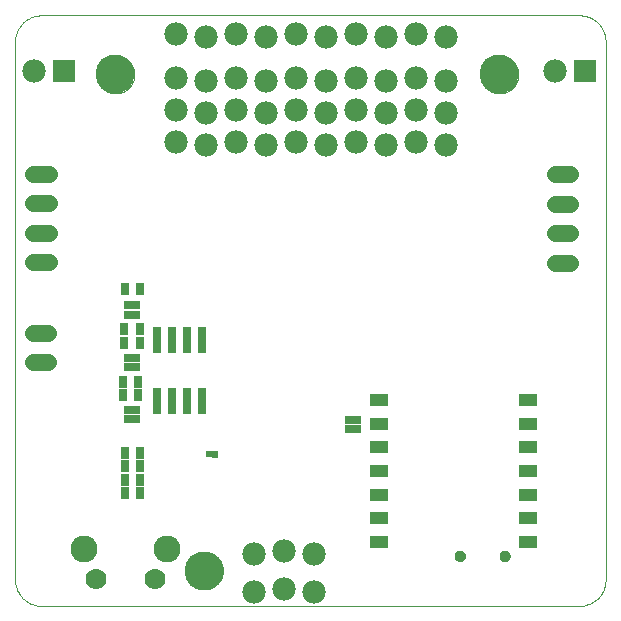
<source format=gbs>
G75*
%MOIN*%
%OFA0B0*%
%FSLAX25Y25*%
%IPPOS*%
%LPD*%
%AMOC8*
5,1,8,0,0,1.08239X$1,22.5*
%
%ADD10C,0.00197*%
%ADD11C,0.00000*%
%ADD12C,0.12998*%
%ADD13R,0.07800X0.07800*%
%ADD14C,0.07800*%
%ADD15R,0.05400X0.02900*%
%ADD16R,0.03156X0.03943*%
%ADD17C,0.05550*%
%ADD18R,0.06306X0.04337*%
%ADD19C,0.09000*%
%ADD20C,0.07000*%
%ADD21C,0.03746*%
%ADD22R,0.02000X0.01200*%
%ADD23R,0.01200X0.02000*%
%ADD24R,0.02762X0.09061*%
D10*
X0036092Y0020644D02*
X0036048Y0020933D01*
X0036018Y0021226D01*
X0035988Y0021520D01*
X0035972Y0021817D01*
X0035972Y0201771D01*
X0035988Y0202068D01*
X0036018Y0202361D01*
X0036048Y0202655D01*
X0036092Y0202944D01*
X0036151Y0203228D01*
X0036209Y0203512D01*
X0036282Y0203791D01*
X0036367Y0204064D01*
X0036453Y0204338D01*
X0036551Y0204606D01*
X0036663Y0204867D01*
X0036774Y0205129D01*
X0036897Y0205384D01*
X0037032Y0205632D01*
X0037167Y0205879D01*
X0037314Y0206120D01*
X0037472Y0206353D01*
X0037629Y0206586D01*
X0037798Y0206811D01*
X0037976Y0207027D01*
X0038155Y0207243D01*
X0038344Y0207451D01*
X0038542Y0207649D01*
X0038740Y0207847D01*
X0038948Y0208036D01*
X0039164Y0208215D01*
X0039381Y0208393D01*
X0039605Y0208562D01*
X0039838Y0208720D01*
X0040071Y0208877D01*
X0040312Y0209024D01*
X0040560Y0209159D01*
X0040808Y0209294D01*
X0041063Y0209418D01*
X0041324Y0209529D01*
X0041585Y0209640D01*
X0041853Y0209738D01*
X0042400Y0209910D01*
X0042680Y0209982D01*
X0042964Y0210041D01*
X0043248Y0210099D01*
X0043537Y0210144D01*
X0044123Y0210204D01*
X0044420Y0210219D01*
X0224374Y0210219D01*
X0224672Y0210204D01*
X0225258Y0210144D01*
X0225547Y0210099D01*
X0225831Y0210041D01*
X0226115Y0209982D01*
X0226394Y0209910D01*
X0226941Y0209738D01*
X0227209Y0209640D01*
X0227471Y0209529D01*
X0227732Y0209418D01*
X0227987Y0209294D01*
X0228483Y0209024D01*
X0228724Y0208877D01*
X0228956Y0208720D01*
X0229189Y0208562D01*
X0229414Y0208393D01*
X0229630Y0208215D01*
X0229847Y0208036D01*
X0230054Y0207847D01*
X0230253Y0207649D01*
X0230451Y0207451D01*
X0230640Y0207243D01*
X0230818Y0207027D01*
X0230997Y0206811D01*
X0231166Y0206586D01*
X0231323Y0206353D01*
X0231481Y0206120D01*
X0231628Y0205879D01*
X0231763Y0205632D01*
X0231898Y0205384D01*
X0232021Y0205129D01*
X0232243Y0204606D01*
X0232342Y0204338D01*
X0232513Y0203791D01*
X0232585Y0203512D01*
X0232644Y0203228D01*
X0232703Y0202944D01*
X0232747Y0202655D01*
X0232777Y0202361D01*
X0232807Y0202068D01*
X0232823Y0201771D01*
X0232823Y0022118D01*
X0232823Y0021817D02*
X0232807Y0021520D01*
X0232777Y0021226D01*
X0232747Y0020933D01*
X0232703Y0020644D01*
X0232644Y0020360D01*
X0232585Y0020076D01*
X0232513Y0019797D01*
X0232428Y0019523D01*
X0232342Y0019250D01*
X0232243Y0018982D01*
X0232132Y0018721D01*
X0232021Y0018459D01*
X0231898Y0018204D01*
X0231628Y0017708D01*
X0231481Y0017468D01*
X0231323Y0017235D01*
X0231166Y0017002D01*
X0230997Y0016777D01*
X0230818Y0016561D01*
X0230640Y0016345D01*
X0230451Y0016137D01*
X0230054Y0015740D01*
X0229847Y0015552D01*
X0229630Y0015373D01*
X0229414Y0015194D01*
X0229189Y0015026D01*
X0228956Y0014868D01*
X0228724Y0014710D01*
X0228483Y0014564D01*
X0227987Y0014294D01*
X0227732Y0014170D01*
X0227471Y0014059D01*
X0227209Y0013948D01*
X0226941Y0013849D01*
X0226394Y0013678D01*
X0226115Y0013606D01*
X0225831Y0013547D01*
X0225547Y0013489D01*
X0225258Y0013444D01*
X0224672Y0013384D01*
X0224374Y0013369D01*
X0044420Y0013369D01*
X0044123Y0013384D01*
X0043537Y0013444D01*
X0043248Y0013489D01*
X0042964Y0013547D01*
X0042680Y0013606D01*
X0042400Y0013678D01*
X0041853Y0013849D01*
X0041585Y0013948D01*
X0041324Y0014059D01*
X0041063Y0014170D01*
X0040808Y0014294D01*
X0040560Y0014429D01*
X0040312Y0014564D01*
X0040071Y0014710D01*
X0039838Y0014868D01*
X0039605Y0015026D01*
X0039381Y0015194D01*
X0039164Y0015373D01*
X0038948Y0015552D01*
X0038740Y0015740D01*
X0038344Y0016137D01*
X0038155Y0016345D01*
X0037976Y0016561D01*
X0037798Y0016777D01*
X0037629Y0017002D01*
X0037472Y0017235D01*
X0037314Y0017468D01*
X0037167Y0017708D01*
X0036897Y0018204D01*
X0036774Y0018459D01*
X0036663Y0018721D01*
X0036551Y0018982D01*
X0036453Y0019250D01*
X0036367Y0019523D01*
X0036282Y0019797D01*
X0036209Y0020076D01*
X0036151Y0020360D01*
X0036092Y0020644D01*
D11*
X0092665Y0025157D02*
X0092667Y0025315D01*
X0092673Y0025473D01*
X0092683Y0025631D01*
X0092697Y0025789D01*
X0092715Y0025946D01*
X0092736Y0026103D01*
X0092762Y0026259D01*
X0092792Y0026415D01*
X0092825Y0026570D01*
X0092863Y0026723D01*
X0092904Y0026876D01*
X0092949Y0027028D01*
X0092998Y0027179D01*
X0093051Y0027328D01*
X0093107Y0027476D01*
X0093167Y0027622D01*
X0093231Y0027767D01*
X0093299Y0027910D01*
X0093370Y0028052D01*
X0093444Y0028192D01*
X0093522Y0028329D01*
X0093604Y0028465D01*
X0093688Y0028599D01*
X0093777Y0028730D01*
X0093868Y0028859D01*
X0093963Y0028986D01*
X0094060Y0029111D01*
X0094161Y0029233D01*
X0094265Y0029352D01*
X0094372Y0029469D01*
X0094482Y0029583D01*
X0094595Y0029694D01*
X0094710Y0029803D01*
X0094828Y0029908D01*
X0094949Y0030010D01*
X0095072Y0030110D01*
X0095198Y0030206D01*
X0095326Y0030299D01*
X0095456Y0030389D01*
X0095589Y0030475D01*
X0095724Y0030559D01*
X0095860Y0030638D01*
X0095999Y0030715D01*
X0096140Y0030787D01*
X0096282Y0030857D01*
X0096426Y0030922D01*
X0096572Y0030984D01*
X0096719Y0031042D01*
X0096868Y0031097D01*
X0097018Y0031148D01*
X0097169Y0031195D01*
X0097321Y0031238D01*
X0097474Y0031277D01*
X0097629Y0031313D01*
X0097784Y0031344D01*
X0097940Y0031372D01*
X0098096Y0031396D01*
X0098253Y0031416D01*
X0098411Y0031432D01*
X0098568Y0031444D01*
X0098727Y0031452D01*
X0098885Y0031456D01*
X0099043Y0031456D01*
X0099201Y0031452D01*
X0099360Y0031444D01*
X0099517Y0031432D01*
X0099675Y0031416D01*
X0099832Y0031396D01*
X0099988Y0031372D01*
X0100144Y0031344D01*
X0100299Y0031313D01*
X0100454Y0031277D01*
X0100607Y0031238D01*
X0100759Y0031195D01*
X0100910Y0031148D01*
X0101060Y0031097D01*
X0101209Y0031042D01*
X0101356Y0030984D01*
X0101502Y0030922D01*
X0101646Y0030857D01*
X0101788Y0030787D01*
X0101929Y0030715D01*
X0102068Y0030638D01*
X0102204Y0030559D01*
X0102339Y0030475D01*
X0102472Y0030389D01*
X0102602Y0030299D01*
X0102730Y0030206D01*
X0102856Y0030110D01*
X0102979Y0030010D01*
X0103100Y0029908D01*
X0103218Y0029803D01*
X0103333Y0029694D01*
X0103446Y0029583D01*
X0103556Y0029469D01*
X0103663Y0029352D01*
X0103767Y0029233D01*
X0103868Y0029111D01*
X0103965Y0028986D01*
X0104060Y0028859D01*
X0104151Y0028730D01*
X0104240Y0028599D01*
X0104324Y0028465D01*
X0104406Y0028329D01*
X0104484Y0028192D01*
X0104558Y0028052D01*
X0104629Y0027910D01*
X0104697Y0027767D01*
X0104761Y0027622D01*
X0104821Y0027476D01*
X0104877Y0027328D01*
X0104930Y0027179D01*
X0104979Y0027028D01*
X0105024Y0026876D01*
X0105065Y0026723D01*
X0105103Y0026570D01*
X0105136Y0026415D01*
X0105166Y0026259D01*
X0105192Y0026103D01*
X0105213Y0025946D01*
X0105231Y0025789D01*
X0105245Y0025631D01*
X0105255Y0025473D01*
X0105261Y0025315D01*
X0105263Y0025157D01*
X0105261Y0024999D01*
X0105255Y0024841D01*
X0105245Y0024683D01*
X0105231Y0024525D01*
X0105213Y0024368D01*
X0105192Y0024211D01*
X0105166Y0024055D01*
X0105136Y0023899D01*
X0105103Y0023744D01*
X0105065Y0023591D01*
X0105024Y0023438D01*
X0104979Y0023286D01*
X0104930Y0023135D01*
X0104877Y0022986D01*
X0104821Y0022838D01*
X0104761Y0022692D01*
X0104697Y0022547D01*
X0104629Y0022404D01*
X0104558Y0022262D01*
X0104484Y0022122D01*
X0104406Y0021985D01*
X0104324Y0021849D01*
X0104240Y0021715D01*
X0104151Y0021584D01*
X0104060Y0021455D01*
X0103965Y0021328D01*
X0103868Y0021203D01*
X0103767Y0021081D01*
X0103663Y0020962D01*
X0103556Y0020845D01*
X0103446Y0020731D01*
X0103333Y0020620D01*
X0103218Y0020511D01*
X0103100Y0020406D01*
X0102979Y0020304D01*
X0102856Y0020204D01*
X0102730Y0020108D01*
X0102602Y0020015D01*
X0102472Y0019925D01*
X0102339Y0019839D01*
X0102204Y0019755D01*
X0102068Y0019676D01*
X0101929Y0019599D01*
X0101788Y0019527D01*
X0101646Y0019457D01*
X0101502Y0019392D01*
X0101356Y0019330D01*
X0101209Y0019272D01*
X0101060Y0019217D01*
X0100910Y0019166D01*
X0100759Y0019119D01*
X0100607Y0019076D01*
X0100454Y0019037D01*
X0100299Y0019001D01*
X0100144Y0018970D01*
X0099988Y0018942D01*
X0099832Y0018918D01*
X0099675Y0018898D01*
X0099517Y0018882D01*
X0099360Y0018870D01*
X0099201Y0018862D01*
X0099043Y0018858D01*
X0098885Y0018858D01*
X0098727Y0018862D01*
X0098568Y0018870D01*
X0098411Y0018882D01*
X0098253Y0018898D01*
X0098096Y0018918D01*
X0097940Y0018942D01*
X0097784Y0018970D01*
X0097629Y0019001D01*
X0097474Y0019037D01*
X0097321Y0019076D01*
X0097169Y0019119D01*
X0097018Y0019166D01*
X0096868Y0019217D01*
X0096719Y0019272D01*
X0096572Y0019330D01*
X0096426Y0019392D01*
X0096282Y0019457D01*
X0096140Y0019527D01*
X0095999Y0019599D01*
X0095860Y0019676D01*
X0095724Y0019755D01*
X0095589Y0019839D01*
X0095456Y0019925D01*
X0095326Y0020015D01*
X0095198Y0020108D01*
X0095072Y0020204D01*
X0094949Y0020304D01*
X0094828Y0020406D01*
X0094710Y0020511D01*
X0094595Y0020620D01*
X0094482Y0020731D01*
X0094372Y0020845D01*
X0094265Y0020962D01*
X0094161Y0021081D01*
X0094060Y0021203D01*
X0093963Y0021328D01*
X0093868Y0021455D01*
X0093777Y0021584D01*
X0093688Y0021715D01*
X0093604Y0021849D01*
X0093522Y0021985D01*
X0093444Y0022122D01*
X0093370Y0022262D01*
X0093299Y0022404D01*
X0093231Y0022547D01*
X0093167Y0022692D01*
X0093107Y0022838D01*
X0093051Y0022986D01*
X0092998Y0023135D01*
X0092949Y0023286D01*
X0092904Y0023438D01*
X0092863Y0023591D01*
X0092825Y0023744D01*
X0092792Y0023899D01*
X0092762Y0024055D01*
X0092736Y0024211D01*
X0092715Y0024368D01*
X0092697Y0024525D01*
X0092683Y0024683D01*
X0092673Y0024841D01*
X0092667Y0024999D01*
X0092665Y0025157D01*
X0182519Y0030008D02*
X0182521Y0030089D01*
X0182527Y0030171D01*
X0182537Y0030252D01*
X0182551Y0030332D01*
X0182568Y0030411D01*
X0182590Y0030490D01*
X0182615Y0030567D01*
X0182644Y0030644D01*
X0182677Y0030718D01*
X0182714Y0030791D01*
X0182753Y0030862D01*
X0182797Y0030931D01*
X0182843Y0030998D01*
X0182893Y0031062D01*
X0182946Y0031124D01*
X0183002Y0031184D01*
X0183060Y0031240D01*
X0183122Y0031294D01*
X0183186Y0031345D01*
X0183252Y0031392D01*
X0183320Y0031436D01*
X0183391Y0031477D01*
X0183463Y0031514D01*
X0183538Y0031548D01*
X0183613Y0031578D01*
X0183691Y0031604D01*
X0183769Y0031627D01*
X0183848Y0031645D01*
X0183928Y0031660D01*
X0184009Y0031671D01*
X0184090Y0031678D01*
X0184172Y0031681D01*
X0184253Y0031680D01*
X0184334Y0031675D01*
X0184415Y0031666D01*
X0184496Y0031653D01*
X0184576Y0031636D01*
X0184654Y0031616D01*
X0184732Y0031591D01*
X0184809Y0031563D01*
X0184884Y0031531D01*
X0184957Y0031496D01*
X0185028Y0031457D01*
X0185098Y0031414D01*
X0185165Y0031369D01*
X0185231Y0031320D01*
X0185293Y0031268D01*
X0185353Y0031212D01*
X0185410Y0031154D01*
X0185465Y0031094D01*
X0185516Y0031030D01*
X0185564Y0030965D01*
X0185609Y0030897D01*
X0185651Y0030827D01*
X0185689Y0030755D01*
X0185724Y0030681D01*
X0185755Y0030606D01*
X0185782Y0030529D01*
X0185805Y0030451D01*
X0185825Y0030372D01*
X0185841Y0030292D01*
X0185853Y0030211D01*
X0185861Y0030130D01*
X0185865Y0030049D01*
X0185865Y0029967D01*
X0185861Y0029886D01*
X0185853Y0029805D01*
X0185841Y0029724D01*
X0185825Y0029644D01*
X0185805Y0029565D01*
X0185782Y0029487D01*
X0185755Y0029410D01*
X0185724Y0029335D01*
X0185689Y0029261D01*
X0185651Y0029189D01*
X0185609Y0029119D01*
X0185564Y0029051D01*
X0185516Y0028986D01*
X0185465Y0028922D01*
X0185410Y0028862D01*
X0185353Y0028804D01*
X0185293Y0028748D01*
X0185231Y0028696D01*
X0185165Y0028647D01*
X0185098Y0028602D01*
X0185029Y0028559D01*
X0184957Y0028520D01*
X0184884Y0028485D01*
X0184809Y0028453D01*
X0184732Y0028425D01*
X0184654Y0028400D01*
X0184576Y0028380D01*
X0184496Y0028363D01*
X0184415Y0028350D01*
X0184334Y0028341D01*
X0184253Y0028336D01*
X0184172Y0028335D01*
X0184090Y0028338D01*
X0184009Y0028345D01*
X0183928Y0028356D01*
X0183848Y0028371D01*
X0183769Y0028389D01*
X0183691Y0028412D01*
X0183613Y0028438D01*
X0183538Y0028468D01*
X0183463Y0028502D01*
X0183391Y0028539D01*
X0183320Y0028580D01*
X0183252Y0028624D01*
X0183186Y0028671D01*
X0183122Y0028722D01*
X0183060Y0028776D01*
X0183002Y0028832D01*
X0182946Y0028892D01*
X0182893Y0028954D01*
X0182843Y0029018D01*
X0182797Y0029085D01*
X0182753Y0029154D01*
X0182714Y0029225D01*
X0182677Y0029298D01*
X0182644Y0029372D01*
X0182615Y0029449D01*
X0182590Y0029526D01*
X0182568Y0029605D01*
X0182551Y0029684D01*
X0182537Y0029764D01*
X0182527Y0029845D01*
X0182521Y0029927D01*
X0182519Y0030008D01*
X0197479Y0030008D02*
X0197481Y0030089D01*
X0197487Y0030171D01*
X0197497Y0030252D01*
X0197511Y0030332D01*
X0197528Y0030411D01*
X0197550Y0030490D01*
X0197575Y0030567D01*
X0197604Y0030644D01*
X0197637Y0030718D01*
X0197674Y0030791D01*
X0197713Y0030862D01*
X0197757Y0030931D01*
X0197803Y0030998D01*
X0197853Y0031062D01*
X0197906Y0031124D01*
X0197962Y0031184D01*
X0198020Y0031240D01*
X0198082Y0031294D01*
X0198146Y0031345D01*
X0198212Y0031392D01*
X0198280Y0031436D01*
X0198351Y0031477D01*
X0198423Y0031514D01*
X0198498Y0031548D01*
X0198573Y0031578D01*
X0198651Y0031604D01*
X0198729Y0031627D01*
X0198808Y0031645D01*
X0198888Y0031660D01*
X0198969Y0031671D01*
X0199050Y0031678D01*
X0199132Y0031681D01*
X0199213Y0031680D01*
X0199294Y0031675D01*
X0199375Y0031666D01*
X0199456Y0031653D01*
X0199536Y0031636D01*
X0199614Y0031616D01*
X0199692Y0031591D01*
X0199769Y0031563D01*
X0199844Y0031531D01*
X0199917Y0031496D01*
X0199988Y0031457D01*
X0200058Y0031414D01*
X0200125Y0031369D01*
X0200191Y0031320D01*
X0200253Y0031268D01*
X0200313Y0031212D01*
X0200370Y0031154D01*
X0200425Y0031094D01*
X0200476Y0031030D01*
X0200524Y0030965D01*
X0200569Y0030897D01*
X0200611Y0030827D01*
X0200649Y0030755D01*
X0200684Y0030681D01*
X0200715Y0030606D01*
X0200742Y0030529D01*
X0200765Y0030451D01*
X0200785Y0030372D01*
X0200801Y0030292D01*
X0200813Y0030211D01*
X0200821Y0030130D01*
X0200825Y0030049D01*
X0200825Y0029967D01*
X0200821Y0029886D01*
X0200813Y0029805D01*
X0200801Y0029724D01*
X0200785Y0029644D01*
X0200765Y0029565D01*
X0200742Y0029487D01*
X0200715Y0029410D01*
X0200684Y0029335D01*
X0200649Y0029261D01*
X0200611Y0029189D01*
X0200569Y0029119D01*
X0200524Y0029051D01*
X0200476Y0028986D01*
X0200425Y0028922D01*
X0200370Y0028862D01*
X0200313Y0028804D01*
X0200253Y0028748D01*
X0200191Y0028696D01*
X0200125Y0028647D01*
X0200058Y0028602D01*
X0199989Y0028559D01*
X0199917Y0028520D01*
X0199844Y0028485D01*
X0199769Y0028453D01*
X0199692Y0028425D01*
X0199614Y0028400D01*
X0199536Y0028380D01*
X0199456Y0028363D01*
X0199375Y0028350D01*
X0199294Y0028341D01*
X0199213Y0028336D01*
X0199132Y0028335D01*
X0199050Y0028338D01*
X0198969Y0028345D01*
X0198888Y0028356D01*
X0198808Y0028371D01*
X0198729Y0028389D01*
X0198651Y0028412D01*
X0198573Y0028438D01*
X0198498Y0028468D01*
X0198423Y0028502D01*
X0198351Y0028539D01*
X0198280Y0028580D01*
X0198212Y0028624D01*
X0198146Y0028671D01*
X0198082Y0028722D01*
X0198020Y0028776D01*
X0197962Y0028832D01*
X0197906Y0028892D01*
X0197853Y0028954D01*
X0197803Y0029018D01*
X0197757Y0029085D01*
X0197713Y0029154D01*
X0197674Y0029225D01*
X0197637Y0029298D01*
X0197604Y0029372D01*
X0197575Y0029449D01*
X0197550Y0029526D01*
X0197528Y0029605D01*
X0197511Y0029684D01*
X0197497Y0029764D01*
X0197487Y0029845D01*
X0197481Y0029927D01*
X0197479Y0030008D01*
X0191091Y0190512D02*
X0191093Y0190670D01*
X0191099Y0190828D01*
X0191109Y0190986D01*
X0191123Y0191144D01*
X0191141Y0191301D01*
X0191162Y0191458D01*
X0191188Y0191614D01*
X0191218Y0191770D01*
X0191251Y0191925D01*
X0191289Y0192078D01*
X0191330Y0192231D01*
X0191375Y0192383D01*
X0191424Y0192534D01*
X0191477Y0192683D01*
X0191533Y0192831D01*
X0191593Y0192977D01*
X0191657Y0193122D01*
X0191725Y0193265D01*
X0191796Y0193407D01*
X0191870Y0193547D01*
X0191948Y0193684D01*
X0192030Y0193820D01*
X0192114Y0193954D01*
X0192203Y0194085D01*
X0192294Y0194214D01*
X0192389Y0194341D01*
X0192486Y0194466D01*
X0192587Y0194588D01*
X0192691Y0194707D01*
X0192798Y0194824D01*
X0192908Y0194938D01*
X0193021Y0195049D01*
X0193136Y0195158D01*
X0193254Y0195263D01*
X0193375Y0195365D01*
X0193498Y0195465D01*
X0193624Y0195561D01*
X0193752Y0195654D01*
X0193882Y0195744D01*
X0194015Y0195830D01*
X0194150Y0195914D01*
X0194286Y0195993D01*
X0194425Y0196070D01*
X0194566Y0196142D01*
X0194708Y0196212D01*
X0194852Y0196277D01*
X0194998Y0196339D01*
X0195145Y0196397D01*
X0195294Y0196452D01*
X0195444Y0196503D01*
X0195595Y0196550D01*
X0195747Y0196593D01*
X0195900Y0196632D01*
X0196055Y0196668D01*
X0196210Y0196699D01*
X0196366Y0196727D01*
X0196522Y0196751D01*
X0196679Y0196771D01*
X0196837Y0196787D01*
X0196994Y0196799D01*
X0197153Y0196807D01*
X0197311Y0196811D01*
X0197469Y0196811D01*
X0197627Y0196807D01*
X0197786Y0196799D01*
X0197943Y0196787D01*
X0198101Y0196771D01*
X0198258Y0196751D01*
X0198414Y0196727D01*
X0198570Y0196699D01*
X0198725Y0196668D01*
X0198880Y0196632D01*
X0199033Y0196593D01*
X0199185Y0196550D01*
X0199336Y0196503D01*
X0199486Y0196452D01*
X0199635Y0196397D01*
X0199782Y0196339D01*
X0199928Y0196277D01*
X0200072Y0196212D01*
X0200214Y0196142D01*
X0200355Y0196070D01*
X0200494Y0195993D01*
X0200630Y0195914D01*
X0200765Y0195830D01*
X0200898Y0195744D01*
X0201028Y0195654D01*
X0201156Y0195561D01*
X0201282Y0195465D01*
X0201405Y0195365D01*
X0201526Y0195263D01*
X0201644Y0195158D01*
X0201759Y0195049D01*
X0201872Y0194938D01*
X0201982Y0194824D01*
X0202089Y0194707D01*
X0202193Y0194588D01*
X0202294Y0194466D01*
X0202391Y0194341D01*
X0202486Y0194214D01*
X0202577Y0194085D01*
X0202666Y0193954D01*
X0202750Y0193820D01*
X0202832Y0193684D01*
X0202910Y0193547D01*
X0202984Y0193407D01*
X0203055Y0193265D01*
X0203123Y0193122D01*
X0203187Y0192977D01*
X0203247Y0192831D01*
X0203303Y0192683D01*
X0203356Y0192534D01*
X0203405Y0192383D01*
X0203450Y0192231D01*
X0203491Y0192078D01*
X0203529Y0191925D01*
X0203562Y0191770D01*
X0203592Y0191614D01*
X0203618Y0191458D01*
X0203639Y0191301D01*
X0203657Y0191144D01*
X0203671Y0190986D01*
X0203681Y0190828D01*
X0203687Y0190670D01*
X0203689Y0190512D01*
X0203687Y0190354D01*
X0203681Y0190196D01*
X0203671Y0190038D01*
X0203657Y0189880D01*
X0203639Y0189723D01*
X0203618Y0189566D01*
X0203592Y0189410D01*
X0203562Y0189254D01*
X0203529Y0189099D01*
X0203491Y0188946D01*
X0203450Y0188793D01*
X0203405Y0188641D01*
X0203356Y0188490D01*
X0203303Y0188341D01*
X0203247Y0188193D01*
X0203187Y0188047D01*
X0203123Y0187902D01*
X0203055Y0187759D01*
X0202984Y0187617D01*
X0202910Y0187477D01*
X0202832Y0187340D01*
X0202750Y0187204D01*
X0202666Y0187070D01*
X0202577Y0186939D01*
X0202486Y0186810D01*
X0202391Y0186683D01*
X0202294Y0186558D01*
X0202193Y0186436D01*
X0202089Y0186317D01*
X0201982Y0186200D01*
X0201872Y0186086D01*
X0201759Y0185975D01*
X0201644Y0185866D01*
X0201526Y0185761D01*
X0201405Y0185659D01*
X0201282Y0185559D01*
X0201156Y0185463D01*
X0201028Y0185370D01*
X0200898Y0185280D01*
X0200765Y0185194D01*
X0200630Y0185110D01*
X0200494Y0185031D01*
X0200355Y0184954D01*
X0200214Y0184882D01*
X0200072Y0184812D01*
X0199928Y0184747D01*
X0199782Y0184685D01*
X0199635Y0184627D01*
X0199486Y0184572D01*
X0199336Y0184521D01*
X0199185Y0184474D01*
X0199033Y0184431D01*
X0198880Y0184392D01*
X0198725Y0184356D01*
X0198570Y0184325D01*
X0198414Y0184297D01*
X0198258Y0184273D01*
X0198101Y0184253D01*
X0197943Y0184237D01*
X0197786Y0184225D01*
X0197627Y0184217D01*
X0197469Y0184213D01*
X0197311Y0184213D01*
X0197153Y0184217D01*
X0196994Y0184225D01*
X0196837Y0184237D01*
X0196679Y0184253D01*
X0196522Y0184273D01*
X0196366Y0184297D01*
X0196210Y0184325D01*
X0196055Y0184356D01*
X0195900Y0184392D01*
X0195747Y0184431D01*
X0195595Y0184474D01*
X0195444Y0184521D01*
X0195294Y0184572D01*
X0195145Y0184627D01*
X0194998Y0184685D01*
X0194852Y0184747D01*
X0194708Y0184812D01*
X0194566Y0184882D01*
X0194425Y0184954D01*
X0194286Y0185031D01*
X0194150Y0185110D01*
X0194015Y0185194D01*
X0193882Y0185280D01*
X0193752Y0185370D01*
X0193624Y0185463D01*
X0193498Y0185559D01*
X0193375Y0185659D01*
X0193254Y0185761D01*
X0193136Y0185866D01*
X0193021Y0185975D01*
X0192908Y0186086D01*
X0192798Y0186200D01*
X0192691Y0186317D01*
X0192587Y0186436D01*
X0192486Y0186558D01*
X0192389Y0186683D01*
X0192294Y0186810D01*
X0192203Y0186939D01*
X0192114Y0187070D01*
X0192030Y0187204D01*
X0191948Y0187340D01*
X0191870Y0187477D01*
X0191796Y0187617D01*
X0191725Y0187759D01*
X0191657Y0187902D01*
X0191593Y0188047D01*
X0191533Y0188193D01*
X0191477Y0188341D01*
X0191424Y0188490D01*
X0191375Y0188641D01*
X0191330Y0188793D01*
X0191289Y0188946D01*
X0191251Y0189099D01*
X0191218Y0189254D01*
X0191188Y0189410D01*
X0191162Y0189566D01*
X0191141Y0189723D01*
X0191123Y0189880D01*
X0191109Y0190038D01*
X0191099Y0190196D01*
X0191093Y0190354D01*
X0191091Y0190512D01*
X0063138Y0190512D02*
X0063140Y0190670D01*
X0063146Y0190828D01*
X0063156Y0190986D01*
X0063170Y0191144D01*
X0063188Y0191301D01*
X0063209Y0191458D01*
X0063235Y0191614D01*
X0063265Y0191770D01*
X0063298Y0191925D01*
X0063336Y0192078D01*
X0063377Y0192231D01*
X0063422Y0192383D01*
X0063471Y0192534D01*
X0063524Y0192683D01*
X0063580Y0192831D01*
X0063640Y0192977D01*
X0063704Y0193122D01*
X0063772Y0193265D01*
X0063843Y0193407D01*
X0063917Y0193547D01*
X0063995Y0193684D01*
X0064077Y0193820D01*
X0064161Y0193954D01*
X0064250Y0194085D01*
X0064341Y0194214D01*
X0064436Y0194341D01*
X0064533Y0194466D01*
X0064634Y0194588D01*
X0064738Y0194707D01*
X0064845Y0194824D01*
X0064955Y0194938D01*
X0065068Y0195049D01*
X0065183Y0195158D01*
X0065301Y0195263D01*
X0065422Y0195365D01*
X0065545Y0195465D01*
X0065671Y0195561D01*
X0065799Y0195654D01*
X0065929Y0195744D01*
X0066062Y0195830D01*
X0066197Y0195914D01*
X0066333Y0195993D01*
X0066472Y0196070D01*
X0066613Y0196142D01*
X0066755Y0196212D01*
X0066899Y0196277D01*
X0067045Y0196339D01*
X0067192Y0196397D01*
X0067341Y0196452D01*
X0067491Y0196503D01*
X0067642Y0196550D01*
X0067794Y0196593D01*
X0067947Y0196632D01*
X0068102Y0196668D01*
X0068257Y0196699D01*
X0068413Y0196727D01*
X0068569Y0196751D01*
X0068726Y0196771D01*
X0068884Y0196787D01*
X0069041Y0196799D01*
X0069200Y0196807D01*
X0069358Y0196811D01*
X0069516Y0196811D01*
X0069674Y0196807D01*
X0069833Y0196799D01*
X0069990Y0196787D01*
X0070148Y0196771D01*
X0070305Y0196751D01*
X0070461Y0196727D01*
X0070617Y0196699D01*
X0070772Y0196668D01*
X0070927Y0196632D01*
X0071080Y0196593D01*
X0071232Y0196550D01*
X0071383Y0196503D01*
X0071533Y0196452D01*
X0071682Y0196397D01*
X0071829Y0196339D01*
X0071975Y0196277D01*
X0072119Y0196212D01*
X0072261Y0196142D01*
X0072402Y0196070D01*
X0072541Y0195993D01*
X0072677Y0195914D01*
X0072812Y0195830D01*
X0072945Y0195744D01*
X0073075Y0195654D01*
X0073203Y0195561D01*
X0073329Y0195465D01*
X0073452Y0195365D01*
X0073573Y0195263D01*
X0073691Y0195158D01*
X0073806Y0195049D01*
X0073919Y0194938D01*
X0074029Y0194824D01*
X0074136Y0194707D01*
X0074240Y0194588D01*
X0074341Y0194466D01*
X0074438Y0194341D01*
X0074533Y0194214D01*
X0074624Y0194085D01*
X0074713Y0193954D01*
X0074797Y0193820D01*
X0074879Y0193684D01*
X0074957Y0193547D01*
X0075031Y0193407D01*
X0075102Y0193265D01*
X0075170Y0193122D01*
X0075234Y0192977D01*
X0075294Y0192831D01*
X0075350Y0192683D01*
X0075403Y0192534D01*
X0075452Y0192383D01*
X0075497Y0192231D01*
X0075538Y0192078D01*
X0075576Y0191925D01*
X0075609Y0191770D01*
X0075639Y0191614D01*
X0075665Y0191458D01*
X0075686Y0191301D01*
X0075704Y0191144D01*
X0075718Y0190986D01*
X0075728Y0190828D01*
X0075734Y0190670D01*
X0075736Y0190512D01*
X0075734Y0190354D01*
X0075728Y0190196D01*
X0075718Y0190038D01*
X0075704Y0189880D01*
X0075686Y0189723D01*
X0075665Y0189566D01*
X0075639Y0189410D01*
X0075609Y0189254D01*
X0075576Y0189099D01*
X0075538Y0188946D01*
X0075497Y0188793D01*
X0075452Y0188641D01*
X0075403Y0188490D01*
X0075350Y0188341D01*
X0075294Y0188193D01*
X0075234Y0188047D01*
X0075170Y0187902D01*
X0075102Y0187759D01*
X0075031Y0187617D01*
X0074957Y0187477D01*
X0074879Y0187340D01*
X0074797Y0187204D01*
X0074713Y0187070D01*
X0074624Y0186939D01*
X0074533Y0186810D01*
X0074438Y0186683D01*
X0074341Y0186558D01*
X0074240Y0186436D01*
X0074136Y0186317D01*
X0074029Y0186200D01*
X0073919Y0186086D01*
X0073806Y0185975D01*
X0073691Y0185866D01*
X0073573Y0185761D01*
X0073452Y0185659D01*
X0073329Y0185559D01*
X0073203Y0185463D01*
X0073075Y0185370D01*
X0072945Y0185280D01*
X0072812Y0185194D01*
X0072677Y0185110D01*
X0072541Y0185031D01*
X0072402Y0184954D01*
X0072261Y0184882D01*
X0072119Y0184812D01*
X0071975Y0184747D01*
X0071829Y0184685D01*
X0071682Y0184627D01*
X0071533Y0184572D01*
X0071383Y0184521D01*
X0071232Y0184474D01*
X0071080Y0184431D01*
X0070927Y0184392D01*
X0070772Y0184356D01*
X0070617Y0184325D01*
X0070461Y0184297D01*
X0070305Y0184273D01*
X0070148Y0184253D01*
X0069990Y0184237D01*
X0069833Y0184225D01*
X0069674Y0184217D01*
X0069516Y0184213D01*
X0069358Y0184213D01*
X0069200Y0184217D01*
X0069041Y0184225D01*
X0068884Y0184237D01*
X0068726Y0184253D01*
X0068569Y0184273D01*
X0068413Y0184297D01*
X0068257Y0184325D01*
X0068102Y0184356D01*
X0067947Y0184392D01*
X0067794Y0184431D01*
X0067642Y0184474D01*
X0067491Y0184521D01*
X0067341Y0184572D01*
X0067192Y0184627D01*
X0067045Y0184685D01*
X0066899Y0184747D01*
X0066755Y0184812D01*
X0066613Y0184882D01*
X0066472Y0184954D01*
X0066333Y0185031D01*
X0066197Y0185110D01*
X0066062Y0185194D01*
X0065929Y0185280D01*
X0065799Y0185370D01*
X0065671Y0185463D01*
X0065545Y0185559D01*
X0065422Y0185659D01*
X0065301Y0185761D01*
X0065183Y0185866D01*
X0065068Y0185975D01*
X0064955Y0186086D01*
X0064845Y0186200D01*
X0064738Y0186317D01*
X0064634Y0186436D01*
X0064533Y0186558D01*
X0064436Y0186683D01*
X0064341Y0186810D01*
X0064250Y0186939D01*
X0064161Y0187070D01*
X0064077Y0187204D01*
X0063995Y0187340D01*
X0063917Y0187477D01*
X0063843Y0187617D01*
X0063772Y0187759D01*
X0063704Y0187902D01*
X0063640Y0188047D01*
X0063580Y0188193D01*
X0063524Y0188341D01*
X0063471Y0188490D01*
X0063422Y0188641D01*
X0063377Y0188793D01*
X0063336Y0188946D01*
X0063298Y0189099D01*
X0063265Y0189254D01*
X0063235Y0189410D01*
X0063209Y0189566D01*
X0063188Y0189723D01*
X0063170Y0189880D01*
X0063156Y0190038D01*
X0063146Y0190196D01*
X0063140Y0190354D01*
X0063138Y0190512D01*
D12*
X0069437Y0190512D03*
X0197390Y0190512D03*
X0098964Y0025157D03*
D13*
X0052266Y0191509D03*
X0225978Y0191546D03*
D14*
X0215978Y0191546D03*
X0179592Y0188383D03*
X0169592Y0189383D03*
X0159592Y0188383D03*
X0149592Y0189383D03*
X0139592Y0188383D03*
X0129592Y0189383D03*
X0119592Y0188383D03*
X0109592Y0189383D03*
X0099592Y0188383D03*
X0089592Y0189383D03*
X0089592Y0178583D03*
X0099592Y0177583D03*
X0109592Y0178583D03*
X0119592Y0177583D03*
X0129592Y0178583D03*
X0129592Y0167883D03*
X0119592Y0166883D03*
X0109592Y0167883D03*
X0099592Y0166883D03*
X0089592Y0167883D03*
X0099572Y0202920D03*
X0089572Y0203920D03*
X0109572Y0203920D03*
X0119572Y0202920D03*
X0129572Y0203920D03*
X0139572Y0202920D03*
X0149572Y0203920D03*
X0159572Y0202920D03*
X0169572Y0203920D03*
X0179572Y0202920D03*
X0179592Y0177583D03*
X0169592Y0178583D03*
X0159592Y0177583D03*
X0149592Y0178583D03*
X0139592Y0177583D03*
X0149592Y0167883D03*
X0139592Y0166883D03*
X0159592Y0166883D03*
X0169592Y0167883D03*
X0179592Y0166883D03*
X0042266Y0191509D03*
X0125452Y0031686D03*
X0115452Y0030686D03*
X0115452Y0018088D03*
X0125452Y0019088D03*
X0135452Y0018088D03*
X0135452Y0030686D03*
D15*
X0148672Y0072268D03*
X0148672Y0075471D03*
X0074972Y0075522D03*
X0074972Y0078725D03*
X0074972Y0092922D03*
X0074972Y0096125D03*
X0074972Y0110422D03*
X0074972Y0113625D03*
D16*
X0072613Y0118846D03*
X0077731Y0118846D03*
X0077531Y0105546D03*
X0077531Y0100946D03*
X0072413Y0100946D03*
X0072413Y0105546D03*
X0071913Y0088146D03*
X0071913Y0083746D03*
X0077031Y0083746D03*
X0077031Y0088146D03*
X0077731Y0064346D03*
X0077731Y0059846D03*
X0077731Y0055346D03*
X0077731Y0050846D03*
X0072613Y0050846D03*
X0072613Y0055346D03*
X0072613Y0059846D03*
X0072613Y0064346D03*
D17*
X0047047Y0094546D02*
X0041897Y0094546D01*
X0041897Y0104389D02*
X0047047Y0104389D01*
X0047147Y0127846D02*
X0041997Y0127846D01*
X0041997Y0137689D02*
X0047147Y0137689D01*
X0047147Y0147531D02*
X0041997Y0147531D01*
X0041997Y0157374D02*
X0047147Y0157374D01*
X0215897Y0157274D02*
X0221047Y0157274D01*
X0221047Y0147431D02*
X0215897Y0147431D01*
X0215897Y0137589D02*
X0221047Y0137589D01*
X0221047Y0127746D02*
X0215897Y0127746D01*
D18*
X0206991Y0081939D03*
X0206991Y0074065D03*
X0206991Y0066191D03*
X0206991Y0058317D03*
X0206991Y0050443D03*
X0206991Y0042569D03*
X0206991Y0034694D03*
X0157385Y0034694D03*
X0157385Y0042569D03*
X0157385Y0050443D03*
X0157385Y0058317D03*
X0157385Y0066191D03*
X0157385Y0074065D03*
X0157385Y0081939D03*
D19*
X0086452Y0032189D03*
X0058893Y0032189D03*
D20*
X0062830Y0022346D03*
X0082515Y0022346D03*
D21*
X0184192Y0030008D03*
X0199152Y0030008D03*
D22*
X0102672Y0063446D03*
X0102672Y0064246D03*
D23*
X0101072Y0063846D03*
X0100272Y0063846D03*
D24*
X0098172Y0081610D03*
X0093172Y0081610D03*
X0088172Y0081610D03*
X0083172Y0081610D03*
X0083172Y0102083D03*
X0088172Y0102083D03*
X0093172Y0102083D03*
X0098172Y0102083D03*
M02*

</source>
